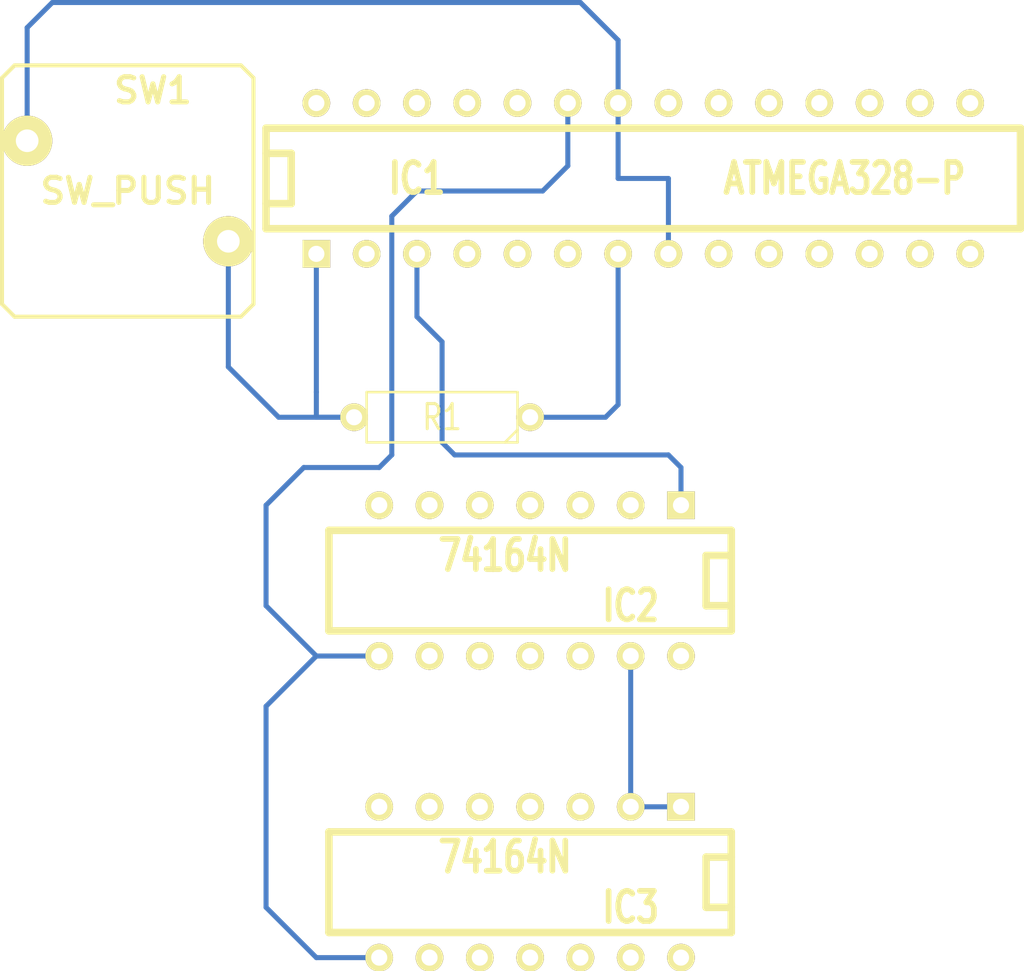
<source format=kicad_pcb>
(kicad_pcb (version 3) (host pcbnew "(2013-jul-07)-stable")

  (general
    (links 11)
    (no_connects 1)
    (area 0 0 0 0)
    (thickness 1.6)
    (drawings 0)
    (tracks 41)
    (zones 0)
    (modules 5)
    (nets 7)
  )

  (page A3)
  (layers
    (15 F.Cu signal)
    (0 B.Cu signal)
    (16 B.Adhes user)
    (17 F.Adhes user)
    (18 B.Paste user)
    (19 F.Paste user)
    (20 B.SilkS user)
    (21 F.SilkS user)
    (22 B.Mask user)
    (23 F.Mask user)
    (24 Dwgs.User user)
    (25 Cmts.User user)
    (26 Eco1.User user)
    (27 Eco2.User user)
    (28 Edge.Cuts user)
  )

  (setup
    (last_trace_width 0.254)
    (trace_clearance 0.254)
    (zone_clearance 0.508)
    (zone_45_only no)
    (trace_min 0.254)
    (segment_width 0.2)
    (edge_width 0.1)
    (via_size 0.889)
    (via_drill 0.635)
    (via_min_size 0.889)
    (via_min_drill 0.508)
    (uvia_size 0.508)
    (uvia_drill 0.127)
    (uvias_allowed no)
    (uvia_min_size 0.508)
    (uvia_min_drill 0.127)
    (pcb_text_width 0.3)
    (pcb_text_size 1.5 1.5)
    (mod_edge_width 0.15)
    (mod_text_size 1 1)
    (mod_text_width 0.15)
    (pad_size 1.5 1.5)
    (pad_drill 0.6)
    (pad_to_mask_clearance 0)
    (aux_axis_origin 0 0)
    (visible_elements FFFFFFBF)
    (pcbplotparams
      (layerselection 3178497)
      (usegerberextensions true)
      (excludeedgelayer true)
      (linewidth 0.150000)
      (plotframeref false)
      (viasonmask false)
      (mode 1)
      (useauxorigin false)
      (hpglpennumber 1)
      (hpglpenspeed 20)
      (hpglpendiameter 15)
      (hpglpenoverlay 2)
      (psnegative false)
      (psa4output false)
      (plotreference true)
      (plotvalue true)
      (plotothertext true)
      (plotinvisibletext false)
      (padsonsilk false)
      (subtractmaskfromsilk false)
      (outputformat 1)
      (mirror false)
      (drillshape 1)
      (scaleselection 1)
      (outputdirectory ""))
  )

  (net 0 "")
  (net 1 GND)
  (net 2 N-000008)
  (net 3 N-000009)
  (net 4 RESET_L)
  (net 5 SR_CLK)
  (net 6 VCC)

  (net_class Default "This is the default net class."
    (clearance 0.254)
    (trace_width 0.254)
    (via_dia 0.889)
    (via_drill 0.635)
    (uvia_dia 0.508)
    (uvia_drill 0.127)
    (add_net "")
    (add_net GND)
    (add_net N-000008)
    (add_net N-000009)
    (add_net RESET_L)
    (add_net SR_CLK)
    (add_net VCC)
  )

  (module SW_PUSH (layer F.Cu) (tedit 3F9504DA) (tstamp 5582B2CA)
    (at 20.32 26.67)
    (descr "Bouton poussoir")
    (tags "SWITCH DEV")
    (path /5582B026)
    (autoplace_cost180 10)
    (fp_text reference SW1 (at 1.27 -5.08) (layer F.SilkS)
      (effects (font (size 1.27 1.27) (thickness 0.254)))
    )
    (fp_text value SW_PUSH (at 0 0) (layer F.SilkS)
      (effects (font (size 1.27 1.27) (thickness 0.254)))
    )
    (fp_line (start 6.35 -5.715) (end 6.35 5.715) (layer F.SilkS) (width 0.2032))
    (fp_line (start 6.35 5.715) (end 5.715 6.35) (layer F.SilkS) (width 0.2032))
    (fp_line (start 5.715 6.35) (end -5.715 6.35) (layer F.SilkS) (width 0.2032))
    (fp_line (start -5.715 6.35) (end -6.35 5.715) (layer F.SilkS) (width 0.2032))
    (fp_line (start -6.35 5.715) (end -6.35 -5.715) (layer F.SilkS) (width 0.2032))
    (fp_line (start -5.715 -6.35) (end 5.715 -6.35) (layer F.SilkS) (width 0.2032))
    (fp_line (start 5.715 -6.35) (end 6.35 -5.715) (layer F.SilkS) (width 0.2032))
    (fp_line (start -6.35 -5.715) (end -5.715 -6.35) (layer F.SilkS) (width 0.2032))
    (pad 1 thru_hole circle (at -5.08 -2.54) (size 2.54 2.54) (drill 1.143)
      (layers *.Cu *.Mask F.SilkS)
      (net 1 GND)
    )
    (pad 2 thru_hole circle (at 5.08 2.54) (size 2.54 2.54) (drill 1.143)
      (layers *.Cu *.Mask F.SilkS)
      (net 4 RESET_L)
    )
    (model device/switch_push.wrl
      (at (xyz 0 0 0))
      (scale (xyz 1 1 1))
      (rotate (xyz 0 0 0))
    )
  )

  (module R3-5 (layer F.Cu) (tedit 3F979F9F) (tstamp 5582B2D8)
    (at 36.195 38.1 180)
    (path /5582B0C8)
    (fp_text reference R1 (at 0 0 180) (layer F.SilkS)
      (effects (font (size 1.27 1.016) (thickness 0.1524)))
    )
    (fp_text value R (at 0 0 180) (layer F.SilkS) hide
      (effects (font (size 1.27 1.016) (thickness 0.1524)))
    )
    (fp_line (start -3.81 -0.635) (end -3.81 1.27) (layer F.SilkS) (width 0.127))
    (fp_line (start -3.81 1.27) (end 3.81 1.27) (layer F.SilkS) (width 0.127))
    (fp_line (start 3.81 1.27) (end 3.81 -1.27) (layer F.SilkS) (width 0.127))
    (fp_line (start 3.81 -1.27) (end -3.81 -1.27) (layer F.SilkS) (width 0.127))
    (fp_line (start -3.81 -1.27) (end -3.81 -0.635) (layer F.SilkS) (width 0.127))
    (fp_line (start -4.445 0) (end -3.81 0) (layer F.SilkS) (width 0.127))
    (fp_line (start 3.81 0) (end 4.445 0) (layer F.SilkS) (width 0.127))
    (fp_line (start -3.81 -0.635) (end -3.175 -1.27) (layer F.SilkS) (width 0.127))
    (pad 1 thru_hole circle (at -4.445 0 180) (size 1.397 1.397) (drill 0.8128)
      (layers *.Cu *.Mask F.SilkS)
      (net 6 VCC)
    )
    (pad 2 thru_hole circle (at 4.445 0 180) (size 1.397 1.397) (drill 0.8128)
      (layers *.Cu *.Mask F.SilkS)
      (net 4 RESET_L)
    )
    (model discret/resistor.wrl
      (at (xyz 0 0 0))
      (scale (xyz 0.35 0.35 0.3))
      (rotate (xyz 0 0 0))
    )
  )

  (module DIP-28__300 (layer F.Cu) (tedit 200000) (tstamp 5582B2FF)
    (at 46.355 26.035)
    (descr "28 pins DIL package, round pads, width 300mil")
    (tags DIL)
    (path /5582AF46)
    (fp_text reference IC1 (at -11.43 0) (layer F.SilkS)
      (effects (font (size 1.524 1.143) (thickness 0.3048)))
    )
    (fp_text value ATMEGA328-P (at 10.16 0) (layer F.SilkS)
      (effects (font (size 1.524 1.143) (thickness 0.3048)))
    )
    (fp_line (start -19.05 -2.54) (end 19.05 -2.54) (layer F.SilkS) (width 0.381))
    (fp_line (start 19.05 -2.54) (end 19.05 2.54) (layer F.SilkS) (width 0.381))
    (fp_line (start 19.05 2.54) (end -19.05 2.54) (layer F.SilkS) (width 0.381))
    (fp_line (start -19.05 2.54) (end -19.05 -2.54) (layer F.SilkS) (width 0.381))
    (fp_line (start -19.05 -1.27) (end -17.78 -1.27) (layer F.SilkS) (width 0.381))
    (fp_line (start -17.78 -1.27) (end -17.78 1.27) (layer F.SilkS) (width 0.381))
    (fp_line (start -17.78 1.27) (end -19.05 1.27) (layer F.SilkS) (width 0.381))
    (pad 2 thru_hole circle (at -13.97 3.81) (size 1.397 1.397) (drill 0.8128)
      (layers *.Cu *.Mask F.SilkS)
    )
    (pad 3 thru_hole circle (at -11.43 3.81) (size 1.397 1.397) (drill 0.8128)
      (layers *.Cu *.Mask F.SilkS)
      (net 3 N-000009)
    )
    (pad 4 thru_hole circle (at -8.89 3.81) (size 1.397 1.397) (drill 0.8128)
      (layers *.Cu *.Mask F.SilkS)
    )
    (pad 5 thru_hole circle (at -6.35 3.81) (size 1.397 1.397) (drill 0.8128)
      (layers *.Cu *.Mask F.SilkS)
    )
    (pad 6 thru_hole circle (at -3.81 3.81) (size 1.397 1.397) (drill 0.8128)
      (layers *.Cu *.Mask F.SilkS)
    )
    (pad 7 thru_hole circle (at -1.27 3.81) (size 1.397 1.397) (drill 0.8128)
      (layers *.Cu *.Mask F.SilkS)
      (net 6 VCC)
    )
    (pad 8 thru_hole circle (at 1.27 3.81) (size 1.397 1.397) (drill 0.8128)
      (layers *.Cu *.Mask F.SilkS)
      (net 1 GND)
    )
    (pad 9 thru_hole circle (at 3.81 3.81) (size 1.397 1.397) (drill 0.8128)
      (layers *.Cu *.Mask F.SilkS)
    )
    (pad 10 thru_hole circle (at 6.35 3.81) (size 1.397 1.397) (drill 0.8128)
      (layers *.Cu *.Mask F.SilkS)
    )
    (pad 11 thru_hole circle (at 8.89 3.81) (size 1.397 1.397) (drill 0.8128)
      (layers *.Cu *.Mask F.SilkS)
    )
    (pad 12 thru_hole circle (at 11.43 3.81) (size 1.397 1.397) (drill 0.8128)
      (layers *.Cu *.Mask F.SilkS)
    )
    (pad 13 thru_hole circle (at 13.97 3.81) (size 1.397 1.397) (drill 0.8128)
      (layers *.Cu *.Mask F.SilkS)
    )
    (pad 14 thru_hole circle (at 16.51 3.81) (size 1.397 1.397) (drill 0.8128)
      (layers *.Cu *.Mask F.SilkS)
    )
    (pad 1 thru_hole rect (at -16.51 3.81) (size 1.397 1.397) (drill 0.8128)
      (layers *.Cu *.Mask F.SilkS)
      (net 4 RESET_L)
    )
    (pad 15 thru_hole circle (at 16.51 -3.81) (size 1.397 1.397) (drill 0.8128)
      (layers *.Cu *.Mask F.SilkS)
    )
    (pad 16 thru_hole circle (at 13.97 -3.81) (size 1.397 1.397) (drill 0.8128)
      (layers *.Cu *.Mask F.SilkS)
    )
    (pad 17 thru_hole circle (at 11.43 -3.81) (size 1.397 1.397) (drill 0.8128)
      (layers *.Cu *.Mask F.SilkS)
    )
    (pad 18 thru_hole circle (at 8.89 -3.81) (size 1.397 1.397) (drill 0.8128)
      (layers *.Cu *.Mask F.SilkS)
    )
    (pad 19 thru_hole circle (at 6.35 -3.81) (size 1.397 1.397) (drill 0.8128)
      (layers *.Cu *.Mask F.SilkS)
    )
    (pad 20 thru_hole circle (at 3.81 -3.81) (size 1.397 1.397) (drill 0.8128)
      (layers *.Cu *.Mask F.SilkS)
    )
    (pad 21 thru_hole circle (at 1.27 -3.81) (size 1.397 1.397) (drill 0.8128)
      (layers *.Cu *.Mask F.SilkS)
    )
    (pad 22 thru_hole circle (at -1.27 -3.81) (size 1.397 1.397) (drill 0.8128)
      (layers *.Cu *.Mask F.SilkS)
      (net 1 GND)
    )
    (pad 23 thru_hole circle (at -3.81 -3.81) (size 1.397 1.397) (drill 0.8128)
      (layers *.Cu *.Mask F.SilkS)
      (net 5 SR_CLK)
    )
    (pad 24 thru_hole circle (at -6.35 -3.81) (size 1.397 1.397) (drill 0.8128)
      (layers *.Cu *.Mask F.SilkS)
    )
    (pad 25 thru_hole circle (at -8.89 -3.81) (size 1.397 1.397) (drill 0.8128)
      (layers *.Cu *.Mask F.SilkS)
    )
    (pad 26 thru_hole circle (at -11.43 -3.81) (size 1.397 1.397) (drill 0.8128)
      (layers *.Cu *.Mask F.SilkS)
    )
    (pad 27 thru_hole circle (at -13.97 -3.81) (size 1.397 1.397) (drill 0.8128)
      (layers *.Cu *.Mask F.SilkS)
    )
    (pad 28 thru_hole circle (at -16.51 -3.81) (size 1.397 1.397) (drill 0.8128)
      (layers *.Cu *.Mask F.SilkS)
    )
    (model dil/dil_28-w300.wrl
      (at (xyz 0 0 0))
      (scale (xyz 1 1 1))
      (rotate (xyz 0 0 0))
    )
  )

  (module DIP-14__300 (layer F.Cu) (tedit 200000) (tstamp 5582B318)
    (at 40.64 46.355 180)
    (descr "14 pins DIL package, round pads")
    (tags DIL)
    (path /5582AF13)
    (fp_text reference IC2 (at -5.08 -1.27 180) (layer F.SilkS)
      (effects (font (size 1.524 1.143) (thickness 0.3048)))
    )
    (fp_text value 74164N (at 1.27 1.27 180) (layer F.SilkS)
      (effects (font (size 1.524 1.143) (thickness 0.3048)))
    )
    (fp_line (start -10.16 -2.54) (end 10.16 -2.54) (layer F.SilkS) (width 0.381))
    (fp_line (start 10.16 2.54) (end -10.16 2.54) (layer F.SilkS) (width 0.381))
    (fp_line (start -10.16 2.54) (end -10.16 -2.54) (layer F.SilkS) (width 0.381))
    (fp_line (start -10.16 -1.27) (end -8.89 -1.27) (layer F.SilkS) (width 0.381))
    (fp_line (start -8.89 -1.27) (end -8.89 1.27) (layer F.SilkS) (width 0.381))
    (fp_line (start -8.89 1.27) (end -10.16 1.27) (layer F.SilkS) (width 0.381))
    (fp_line (start 10.16 -2.54) (end 10.16 2.54) (layer F.SilkS) (width 0.381))
    (pad 1 thru_hole rect (at -7.62 3.81 180) (size 1.397 1.397) (drill 0.8128)
      (layers *.Cu *.Mask F.SilkS)
      (net 3 N-000009)
    )
    (pad 2 thru_hole circle (at -5.08 3.81 180) (size 1.397 1.397) (drill 0.8128)
      (layers *.Cu *.Mask F.SilkS)
      (net 3 N-000009)
    )
    (pad 3 thru_hole circle (at -2.54 3.81 180) (size 1.397 1.397) (drill 0.8128)
      (layers *.Cu *.Mask F.SilkS)
    )
    (pad 4 thru_hole circle (at 0 3.81 180) (size 1.397 1.397) (drill 0.8128)
      (layers *.Cu *.Mask F.SilkS)
    )
    (pad 5 thru_hole circle (at 2.54 3.81 180) (size 1.397 1.397) (drill 0.8128)
      (layers *.Cu *.Mask F.SilkS)
    )
    (pad 6 thru_hole circle (at 5.08 3.81 180) (size 1.397 1.397) (drill 0.8128)
      (layers *.Cu *.Mask F.SilkS)
    )
    (pad 7 thru_hole circle (at 7.62 3.81 180) (size 1.397 1.397) (drill 0.8128)
      (layers *.Cu *.Mask F.SilkS)
    )
    (pad 8 thru_hole circle (at 7.62 -3.81 180) (size 1.397 1.397) (drill 0.8128)
      (layers *.Cu *.Mask F.SilkS)
      (net 5 SR_CLK)
    )
    (pad 9 thru_hole circle (at 5.08 -3.81 180) (size 1.397 1.397) (drill 0.8128)
      (layers *.Cu *.Mask F.SilkS)
    )
    (pad 10 thru_hole circle (at 2.54 -3.81 180) (size 1.397 1.397) (drill 0.8128)
      (layers *.Cu *.Mask F.SilkS)
    )
    (pad 11 thru_hole circle (at 0 -3.81 180) (size 1.397 1.397) (drill 0.8128)
      (layers *.Cu *.Mask F.SilkS)
    )
    (pad 12 thru_hole circle (at -2.54 -3.81 180) (size 1.397 1.397) (drill 0.8128)
      (layers *.Cu *.Mask F.SilkS)
    )
    (pad 13 thru_hole circle (at -5.08 -3.81 180) (size 1.397 1.397) (drill 0.8128)
      (layers *.Cu *.Mask F.SilkS)
      (net 2 N-000008)
    )
    (pad 14 thru_hole circle (at -7.62 -3.81 180) (size 1.397 1.397) (drill 0.8128)
      (layers *.Cu *.Mask F.SilkS)
    )
    (model dil/dil_14.wrl
      (at (xyz 0 0 0))
      (scale (xyz 1 1 1))
      (rotate (xyz 0 0 0))
    )
  )

  (module DIP-14__300 (layer F.Cu) (tedit 200000) (tstamp 5583703B)
    (at 40.64 61.595 180)
    (descr "14 pins DIL package, round pads")
    (tags DIL)
    (path /5582B405)
    (fp_text reference IC3 (at -5.08 -1.27 180) (layer F.SilkS)
      (effects (font (size 1.524 1.143) (thickness 0.3048)))
    )
    (fp_text value 74164N (at 1.27 1.27 180) (layer F.SilkS)
      (effects (font (size 1.524 1.143) (thickness 0.3048)))
    )
    (fp_line (start -10.16 -2.54) (end 10.16 -2.54) (layer F.SilkS) (width 0.381))
    (fp_line (start 10.16 2.54) (end -10.16 2.54) (layer F.SilkS) (width 0.381))
    (fp_line (start -10.16 2.54) (end -10.16 -2.54) (layer F.SilkS) (width 0.381))
    (fp_line (start -10.16 -1.27) (end -8.89 -1.27) (layer F.SilkS) (width 0.381))
    (fp_line (start -8.89 -1.27) (end -8.89 1.27) (layer F.SilkS) (width 0.381))
    (fp_line (start -8.89 1.27) (end -10.16 1.27) (layer F.SilkS) (width 0.381))
    (fp_line (start 10.16 -2.54) (end 10.16 2.54) (layer F.SilkS) (width 0.381))
    (pad 1 thru_hole rect (at -7.62 3.81 180) (size 1.397 1.397) (drill 0.8128)
      (layers *.Cu *.Mask F.SilkS)
      (net 2 N-000008)
    )
    (pad 2 thru_hole circle (at -5.08 3.81 180) (size 1.397 1.397) (drill 0.8128)
      (layers *.Cu *.Mask F.SilkS)
      (net 2 N-000008)
    )
    (pad 3 thru_hole circle (at -2.54 3.81 180) (size 1.397 1.397) (drill 0.8128)
      (layers *.Cu *.Mask F.SilkS)
    )
    (pad 4 thru_hole circle (at 0 3.81 180) (size 1.397 1.397) (drill 0.8128)
      (layers *.Cu *.Mask F.SilkS)
    )
    (pad 5 thru_hole circle (at 2.54 3.81 180) (size 1.397 1.397) (drill 0.8128)
      (layers *.Cu *.Mask F.SilkS)
    )
    (pad 6 thru_hole circle (at 5.08 3.81 180) (size 1.397 1.397) (drill 0.8128)
      (layers *.Cu *.Mask F.SilkS)
    )
    (pad 7 thru_hole circle (at 7.62 3.81 180) (size 1.397 1.397) (drill 0.8128)
      (layers *.Cu *.Mask F.SilkS)
    )
    (pad 8 thru_hole circle (at 7.62 -3.81 180) (size 1.397 1.397) (drill 0.8128)
      (layers *.Cu *.Mask F.SilkS)
      (net 5 SR_CLK)
    )
    (pad 9 thru_hole circle (at 5.08 -3.81 180) (size 1.397 1.397) (drill 0.8128)
      (layers *.Cu *.Mask F.SilkS)
    )
    (pad 10 thru_hole circle (at 2.54 -3.81 180) (size 1.397 1.397) (drill 0.8128)
      (layers *.Cu *.Mask F.SilkS)
    )
    (pad 11 thru_hole circle (at 0 -3.81 180) (size 1.397 1.397) (drill 0.8128)
      (layers *.Cu *.Mask F.SilkS)
    )
    (pad 12 thru_hole circle (at -2.54 -3.81 180) (size 1.397 1.397) (drill 0.8128)
      (layers *.Cu *.Mask F.SilkS)
    )
    (pad 13 thru_hole circle (at -5.08 -3.81 180) (size 1.397 1.397) (drill 0.8128)
      (layers *.Cu *.Mask F.SilkS)
    )
    (pad 14 thru_hole circle (at -7.62 -3.81 180) (size 1.397 1.397) (drill 0.8128)
      (layers *.Cu *.Mask F.SilkS)
    )
    (model dil/dil_14.wrl
      (at (xyz 0 0 0))
      (scale (xyz 1 1 1))
      (rotate (xyz 0 0 0))
    )
  )

  (segment (start 45.085 22.225) (end 45.085 26.035) (width 0.254) (layer B.Cu) (net 1))
  (segment (start 47.625 26.035) (end 47.625 29.845) (width 0.254) (layer B.Cu) (net 1) (tstamp 55837004))
  (segment (start 45.085 26.035) (end 47.625 26.035) (width 0.254) (layer B.Cu) (net 1) (tstamp 55837003))
  (segment (start 15.24 24.13) (end 15.24 18.415) (width 0.254) (layer B.Cu) (net 1))
  (segment (start 45.085 19.05) (end 45.085 22.225) (width 0.254) (layer B.Cu) (net 1) (tstamp 55836FFF))
  (segment (start 43.18 17.145) (end 45.085 19.05) (width 0.254) (layer B.Cu) (net 1) (tstamp 55836FFD))
  (segment (start 16.51 17.145) (end 43.18 17.145) (width 0.254) (layer B.Cu) (net 1) (tstamp 55836FFB))
  (segment (start 15.24 18.415) (end 16.51 17.145) (width 0.254) (layer B.Cu) (net 1) (tstamp 55836FF9))
  (segment (start 45.72 50.165) (end 45.72 57.785) (width 0.254) (layer B.Cu) (net 2) (status C00000))
  (segment (start 45.72 57.785) (end 48.26 57.785) (width 0.254) (layer B.Cu) (net 2) (tstamp 5583706F) (status C00000))
  (segment (start 34.925 29.845) (end 34.925 33.02) (width 0.254) (layer B.Cu) (net 3))
  (segment (start 48.26 40.64) (end 48.26 42.545) (width 0.254) (layer B.Cu) (net 3) (tstamp 5583701C))
  (segment (start 47.625 40.005) (end 48.26 40.64) (width 0.254) (layer B.Cu) (net 3) (tstamp 5583701B))
  (segment (start 36.83 40.005) (end 47.625 40.005) (width 0.254) (layer B.Cu) (net 3) (tstamp 5583701A))
  (segment (start 36.195 39.37) (end 36.83 40.005) (width 0.254) (layer B.Cu) (net 3) (tstamp 55837019))
  (segment (start 36.195 34.29) (end 36.195 39.37) (width 0.254) (layer B.Cu) (net 3) (tstamp 55837017))
  (segment (start 34.925 33.02) (end 36.195 34.29) (width 0.254) (layer B.Cu) (net 3) (tstamp 55837015))
  (segment (start 29.845 36.83) (end 29.845 38.1) (width 0.254) (layer B.Cu) (net 4))
  (segment (start 29.845 38.1) (end 31.75 38.1) (width 0.254) (layer B.Cu) (net 4) (tstamp 5583709C) (status 800000))
  (segment (start 25.4 29.21) (end 25.4 35.56) (width 0.254) (layer B.Cu) (net 4))
  (segment (start 25.4 35.56) (end 27.94 38.1) (width 0.254) (layer B.Cu) (net 4) (tstamp 5583700F))
  (segment (start 27.94 38.1) (end 31.75 38.1) (width 0.254) (layer B.Cu) (net 4) (tstamp 55837011))
  (segment (start 29.845 36.83) (end 29.845 29.845) (width 0.254) (layer B.Cu) (net 4) (tstamp 5583700C))
  (segment (start 33.02 50.165) (end 29.845 50.165) (width 0.254) (layer B.Cu) (net 5) (status 400000))
  (segment (start 29.845 50.165) (end 27.305 47.625) (width 0.254) (layer B.Cu) (net 5) (tstamp 55837088))
  (segment (start 42.545 25.4) (end 42.545 22.225) (width 0.254) (layer B.Cu) (net 5) (tstamp 55837098) (status 800000))
  (segment (start 41.275 26.67) (end 42.545 25.4) (width 0.254) (layer B.Cu) (net 5) (tstamp 55837096))
  (segment (start 34.925 26.67) (end 41.275 26.67) (width 0.254) (layer B.Cu) (net 5) (tstamp 55837094))
  (segment (start 33.655 27.94) (end 34.925 26.67) (width 0.254) (layer B.Cu) (net 5) (tstamp 55837092))
  (segment (start 33.655 40.005) (end 33.655 27.94) (width 0.254) (layer B.Cu) (net 5) (tstamp 55837091))
  (segment (start 33.02 40.64) (end 33.655 40.005) (width 0.254) (layer B.Cu) (net 5) (tstamp 5583708F))
  (segment (start 29.21 40.64) (end 33.02 40.64) (width 0.254) (layer B.Cu) (net 5) (tstamp 5583708D))
  (segment (start 27.305 42.545) (end 29.21 40.64) (width 0.254) (layer B.Cu) (net 5) (tstamp 5583708B))
  (segment (start 27.305 47.625) (end 27.305 42.545) (width 0.254) (layer B.Cu) (net 5) (tstamp 55837089))
  (segment (start 29.845 65.405) (end 33.02 65.405) (width 0.254) (layer B.Cu) (net 5) (tstamp 55837084) (status 800000))
  (segment (start 27.305 62.865) (end 29.845 65.405) (width 0.254) (layer B.Cu) (net 5) (tstamp 55837082))
  (segment (start 27.305 52.705) (end 27.305 62.865) (width 0.254) (layer B.Cu) (net 5) (tstamp 55837080))
  (segment (start 29.845 50.165) (end 27.305 52.705) (width 0.254) (layer B.Cu) (net 5) (tstamp 5583707E))
  (segment (start 45.085 29.845) (end 45.085 37.465) (width 0.254) (layer B.Cu) (net 6))
  (segment (start 44.45 38.1) (end 40.64 38.1) (width 0.254) (layer B.Cu) (net 6) (tstamp 55837008))
  (segment (start 45.085 37.465) (end 44.45 38.1) (width 0.254) (layer B.Cu) (net 6) (tstamp 55837007))

)

</source>
